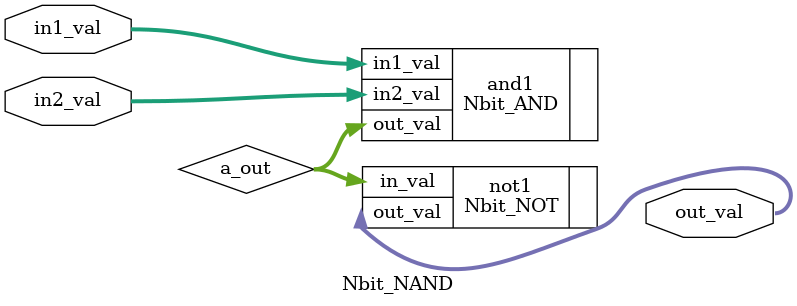
<source format=v>
`timescale 1ns / 1ps


module Nbit_NAND#(parameter N = 32)(in1_val, in2_val, out_val);
    input [N-1:0] in1_val;
    input [N-1:0] in2_val;
    output [N-1:0] out_val;  
    
    wire [N-1:0] a_out;
    
    Nbit_AND #(.N(N)) and1(.out_val(a_out), .in1_val(in1_val), .in2_val(in2_val));
    Nbit_NOT #(.N(N)) not1(.out_val(out_val), .in_val(a_out));
     
endmodule

</source>
